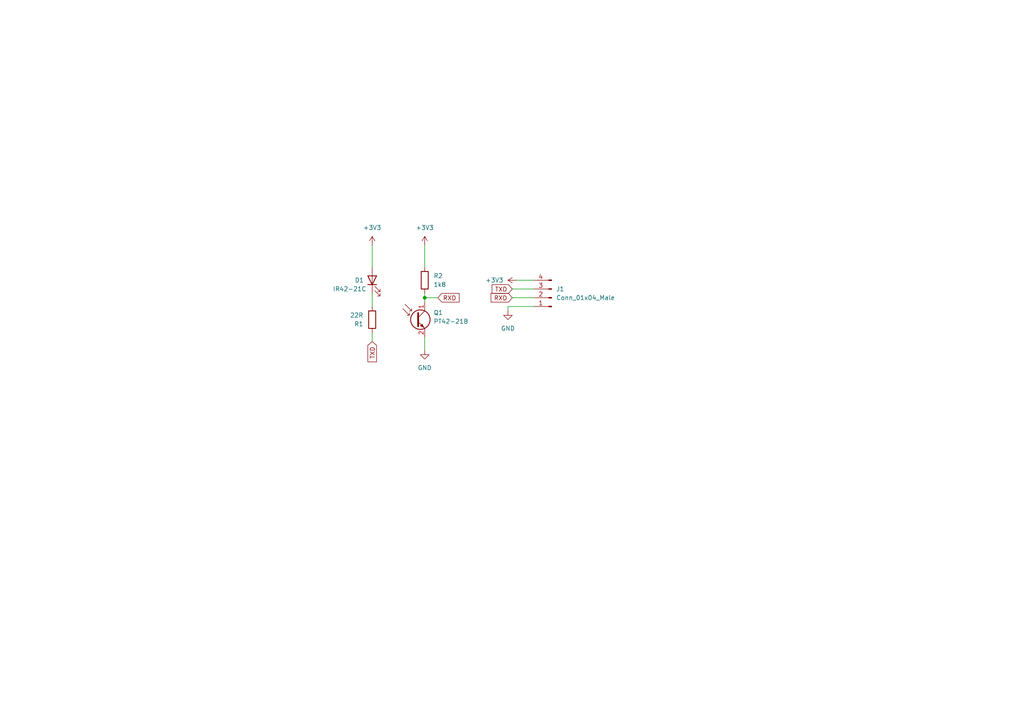
<source format=kicad_sch>
(kicad_sch (version 20211123) (generator eeschema)
  (paper "A4")
  (lib_symbols
    (symbol "Connector:Conn_01x04_Male" (pin_names (offset 1.016) hide)
      (property "Reference" "J" (at 0 5.08 0))
      (property "Value" "Conn_01x04_Male" (at 0 -7.62 0))
      (symbol "Conn_01x04_Male_1_1"
        (polyline (pts (xy 1.27 -5.08) (xy 0.8636 -5.08)) (stroke (width 0.1524)))
        (polyline (pts (xy 1.27 -2.54) (xy 0.8636 -2.54)) (stroke (width 0.1524)))
        (polyline (pts (xy 1.27 0) (xy 0.8636 0)) (stroke (width 0.1524)))
        (polyline (pts (xy 1.27 2.54) (xy 0.8636 2.54)) (stroke (width 0.1524)))
        (rectangle (start 0.8636 -4.953) (end 0 -5.207) (stroke (width 0.1524)) (fill (type outline)))
        (rectangle (start 0.8636 -2.413) (end 0 -2.667) (stroke (width 0.1524)) (fill (type outline)))
        (rectangle (start 0.8636 0.127) (end 0 -0.127) (stroke (width 0.1524)) (fill (type outline)))
        (rectangle (start 0.8636 2.667) (end 0 2.413) (stroke (width 0.1524)) (fill (type outline)))
        (pin passive line (at 5.08 2.54 180) (length 3.81) (name "Pin_1") (number "1"))
        (pin passive line (at 5.08 0 180) (length 3.81) (name "Pin_2") (number "2"))
        (pin passive line (at 5.08 -2.54 180) (length 3.81) (name "Pin_3") (number "3"))
        (pin passive line (at 5.08 -5.08 180) (length 3.81) (name "Pin_4") (number "4"))
      )
    )
    (symbol "Device:LED" (pin_numbers hide) (pin_names (offset 1.016) hide)
      (property "Reference" "D" (at 0 2.54 0))
      (property "Value" "LED" (at 0 -2.54 0))
      (symbol "LED_0_1"
        (polyline (pts (xy -1.27 -1.27) (xy -1.27 1.27)) (stroke (width 0.254)))
        (polyline (pts (xy -1.27 0) (xy 1.27 0)))
        (polyline (pts (xy 1.27 -1.27) (xy 1.27 1.27) (xy -1.27 0) (xy 1.27 -1.27)) (stroke (width 0.254)))
        (polyline (pts (xy -3.048 -0.762) (xy -4.572 -2.286) (xy -3.81 -2.286) (xy -4.572 -2.286) (xy -4.572 -1.524)))
        (polyline (pts (xy -1.778 -0.762) (xy -3.302 -2.286) (xy -2.54 -2.286) (xy -3.302 -2.286) (xy -3.302 -1.524)))
      )
      (symbol "LED_1_1"
        (pin passive line (at -3.81 0 0) (length 2.54) (name "K") (number "1"))
        (pin passive line (at 3.81 0 180) (length 2.54) (name "A") (number "2"))
      )
    )
    (symbol "Device:Q_Photo_NPN" (pin_names (offset 0) hide)
      (property "Reference" "Q" (at 5.08 1.27 0))
      (property "Value" "Q_Photo_NPN" (at 5.08 -1.27 0))
      (symbol "Q_Photo_NPN_0_1"
        (polyline (pts (xy -1.905 1.27) (xy -2.54 1.27)))
        (polyline (pts (xy -1.27 2.54) (xy -1.905 2.54)))
        (polyline (pts (xy 0.635 0.635) (xy 2.54 2.54)))
        (polyline (pts (xy -3.81 3.175) (xy -1.905 1.27) (xy -1.905 1.905)))
        (polyline (pts (xy -3.175 4.445) (xy -1.27 2.54) (xy -1.27 3.175)))
        (polyline (pts (xy 0.635 -0.635) (xy 2.54 -2.54) (xy 2.54 -2.54)))
        (polyline (pts (xy 0.635 1.905) (xy 0.635 -1.905) (xy 0.635 -1.905)) (stroke (width 0.508)))
        (polyline (pts (xy 1.27 -1.778) (xy 1.778 -1.27) (xy 2.286 -2.286) (xy 1.27 -1.778) (xy 1.27 -1.778)) (fill (type outline)))
        (circle (center 1.27 0) (radius 2.8194) (stroke (width 0.254)))
      )
      (symbol "Q_Photo_NPN_1_1"
        (pin passive line (at 2.54 5.08 270) (length 2.54) (name "C") (number "1"))
        (pin passive line (at 2.54 -5.08 90) (length 2.54) (name "E") (number "2"))
      )
    )
    (symbol "Device:R" (pin_numbers hide) (pin_names (offset 0))
      (property "Reference" "R" (at 2.032 0 90))
      (property "Value" "R" (at 0 0 90))
      (symbol "R_0_1"
        (rectangle (start -1.016 -2.54) (end 1.016 2.54) (stroke (width 0.254)))
      )
      (symbol "R_1_1"
        (pin passive line (at 0 3.81 270) (length 1.27) (name "~") (number "1"))
        (pin passive line (at 0 -3.81 90) (length 1.27) (name "~") (number "2"))
      )
    )
    (symbol "power:+3.3V" (power) (pin_names (offset 0))
      (property "Value" "+3.3V" (at 0 3.556 0))
      (symbol "+3.3V_0_1"
        (polyline (pts (xy -0.762 1.27) (xy 0 2.54)))
        (polyline (pts (xy 0 0) (xy 0 2.54)))
        (polyline (pts (xy 0 2.54) (xy 0.762 1.27)))
      )
      (symbol "+3.3V_1_1"
        (pin power_in line (at 0 0 90) (length 0) hide (name "+3V3") (number "1"))
      )
    )
    (symbol "power:GND" (power) (pin_names (offset 0))
      (property "Value" "GND" (at 0 -3.81 0))
      (symbol "GND_0_1"
        (polyline (pts (xy 0 0) (xy 0 -1.27) (xy 1.27 -1.27) (xy 0 -2.54) (xy -1.27 -1.27) (xy 0 -1.27)))
      )
      (symbol "GND_1_1"
        (pin power_in line (at 0 0 270) (length 0) hide (name "GND") (number "1"))
      )
    )
  )
  (junction (at 123.19 86.36))
  (wire (pts (xy 107.95 99.06) (xy 107.95 96.52)))
  (wire (pts (xy 147.32 88.9) (xy 147.32 90.17)))
  (wire (pts (xy 107.95 77.47) (xy 107.95 71.12)))
  (wire (pts (xy 123.19 86.36) (xy 127 86.36)))
  (wire (pts (xy 107.95 85.09) (xy 107.95 88.9)))
  (wire (pts (xy 154.94 88.9) (xy 147.32 88.9)))
  (wire (pts (xy 123.19 85.09) (xy 123.19 86.36)))
  (wire (pts (xy 123.19 97.79) (xy 123.19 101.6)))
  (wire (pts (xy 123.19 86.36) (xy 123.19 87.63)))
  (wire (pts (xy 123.19 71.12) (xy 123.19 77.47)))
  (wire (pts (xy 148.59 83.82) (xy 154.94 83.82)))
  (wire (pts (xy 148.59 86.36) (xy 154.94 86.36)))
  (wire (pts (xy 149.86 81.28) (xy 154.94 81.28)))
  (global_label "RXD" (shape input) (at 127 86.36 0) (property "Intersheet References" "${INTERSHEET_REFS}" (effects hide)))
  (global_label "RXD" (shape input) (at 148.59 86.36 180) (property "Intersheet References" "${INTERSHEET_REFS}" (effects hide)))
  (global_label "TXD" (shape input) (at 148.59 83.82 180) (property "Intersheet References" "${INTERSHEET_REFS}" (effects hide)))
  (global_label "TXD" (shape input) (at 107.95 99.06 270) (property "Intersheet References" "${INTERSHEET_REFS}" (effects hide)))
  (symbol (lib_id "Connector:Conn_01x04_Male") (at 160.02 86.36 180) (unit 1)
    (property "Reference" "J1" (at 161.29 83.8199 0) (effects (justify right)))
    (property "Value" "Conn_01x04_Male" (at 161.29 86.3599 0) (effects (justify right)))
    (property "Footprint" "Connector_PinHeader_2.54mm:PinHeader_1x04_P2.54mm_Vertical" (effects hide))
  )
  (symbol (lib_id "Device:Q_Photo_NPN") (at 120.65 92.71 0) (unit 1)
    (property "Reference" "Q1" (at 125.73 90.6906 0) (effects (justify left)))
    (property "Value" "PT42-21B" (at 125.73 93.2306 0) (effects (justify left)))
    (property "Footprint" "LED_SMD:LED_1210_3225Metric" (effects hide))
    (property "Datasheet" "https://file.elecfans.com/web1/M00/89/BA/o4YBAFyLcj2ANG79AAKLUZwjxZk390.pdf?filename=PT42-21B-TR8.pdf" (effects hide))
    (property "LCSC" "C131199" (effects hide))
  )
  (symbol (lib_id "power:+3.3V") (at 149.86 81.28 90) (unit 1)
    (property "Reference" "#PWR0101" (effects hide))
    (property "Value" "+3.3V" (at 146.05 81.2799 90) (effects (justify left)))
  )
  (symbol (lib_id "Device:R") (at 107.95 92.71 180) (unit 1)
    (property "Reference" "R1" (at 105.41 93.9801 0) (effects (justify left)))
    (property "Value" "22R" (at 105.41 91.4401 0) (effects (justify left)))
    (property "Footprint" "Resistor_SMD:R_0603_1608Metric" (effects hide))
    (property "LCSC" "C23345" (effects hide))
  )
  (symbol (lib_id "Device:R") (at 123.19 81.28 180) (unit 1)
    (property "Reference" "R2" (at 125.73 80.0099 0) (effects (justify right)))
    (property "Value" "1k8" (at 125.73 82.5499 0) (effects (justify right)))
    (property "Footprint" "Resistor_SMD:R_0603_1608Metric" (effects hide))
    (property "LCSC" "C4177" (effects hide))
  )
  (symbol (lib_id "Device:LED") (at 107.95 81.28 90) (unit 1)
    (property "Reference" "D1" (at 102.87 81.28 90) (effects (justify right)))
    (property "Value" "IR42-21C" (at 96.52 83.82 90) (effects (justify right)))
    (property "Footprint" "LED_SMD:LED_1210_3225Metric" (effects hide))
    (property "Datasheet" "https://pdf.dzsc.com/IR4/IR42-21C.pdf" (effects hide))
    (property "LCSC" "C131198" (effects hide))
  )
  (symbol (lib_id "power:GND") (at 147.32 90.17 0) (unit 1)
    (property "Reference" "#PWR?" (effects hide))
    (property "Value" "GND" (at 147.32 95.25 0))
  )
  (symbol (lib_id "power:+3.3V") (at 107.95 71.12 0) (unit 1)
    (property "Reference" "#PWR0103" (effects hide))
    (property "Value" "+3.3V" (at 107.95 66.04 0))
  )
  (symbol (lib_id "power:+3.3V") (at 123.19 71.12 0) (unit 1)
    (property "Reference" "#PWR0104" (effects hide))
    (property "Value" "+3.3V" (at 123.19 66.04 0))
  )
  (symbol (lib_id "power:GND") (at 123.19 101.6 0) (unit 1)
    (property "Reference" "#PWR0102" (effects hide))
    (property "Value" "GND" (at 123.19 106.68 0))
  )
)
</source>
